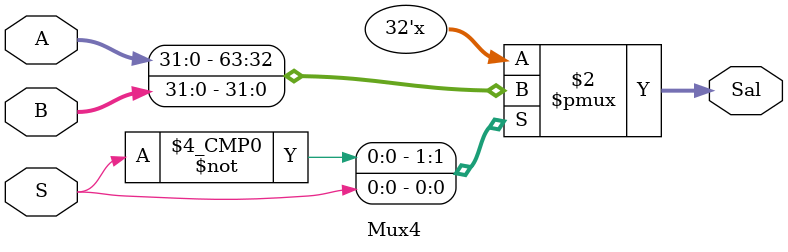
<source format=v>
`timescale 1ns/1ns

module Mux4 (
		input [31:0]A,
		input [31:0]B,
		input S,
		output reg[31:0]Sal
);



always @*
begin
	case (S)
		1'b0:
		begin
			Sal = A;
		end
		1'b1:
		begin
			Sal = B;
		end
	endcase
end

endmodule

</source>
